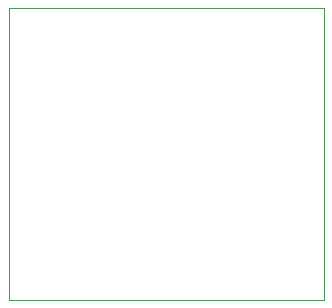
<source format=gbr>
G04 (created by PCBNEW (2013-07-07 BZR 4022)-stable) date 7/21/2013 3:18:37 PM*
%MOIN*%
G04 Gerber Fmt 3.4, Leading zero omitted, Abs format*
%FSLAX34Y34*%
G01*
G70*
G90*
G04 APERTURE LIST*
%ADD10C,0.00590551*%
%ADD11C,0.00393701*%
G04 APERTURE END LIST*
G54D10*
G54D11*
X98500Y-67500D02*
X98500Y-57750D01*
X88000Y-67500D02*
X98500Y-67500D01*
X88000Y-57750D02*
X88000Y-67500D01*
X98500Y-57750D02*
X88000Y-57750D01*
M02*

</source>
